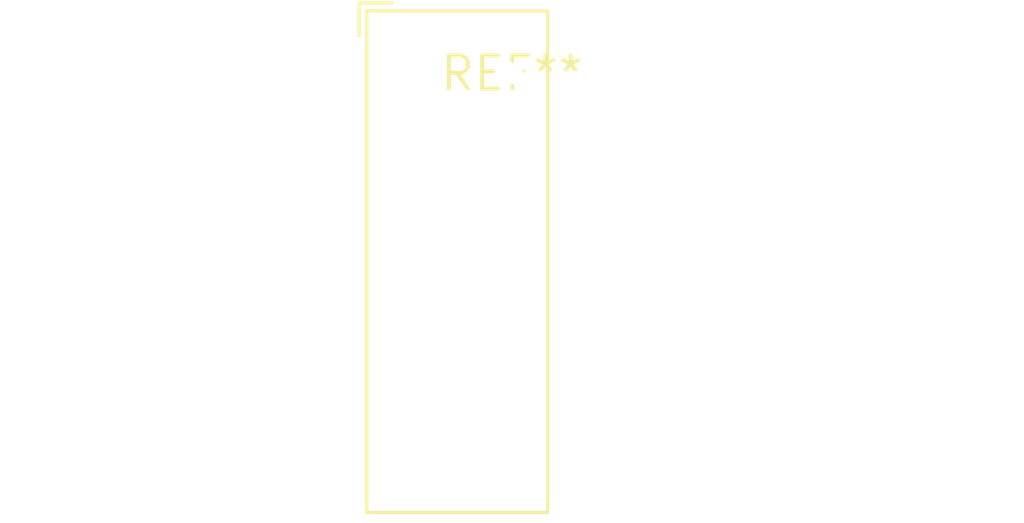
<source format=kicad_pcb>
(kicad_pcb (version 20240108) (generator pcbnew)
  (layers (0 "F.Cu" signal) (31 "B.Cu" signal) (34 "B.Paste" user) (35 "F.Paste" user) (36 "B.SilkS" user "B.Silkscreen") (37 "F.SilkS" user "F.Silkscreen") (38 "B.Mask" user) (39 "F.Mask" user) (44 "Edge.Cuts" user))
  (net 0 "")
  (footprint "Converter_DCDC_XP_POWER-IHxxxxS_THT" (layer "F.Cu") (at 0 0)
    (property "Reference" "REF**")
    (property "Value" "Converter_DCDC_XP_POWER-IHxxxxS_THT")
    (fp_line (start -5.86 -2.7) (end -5.86 -1.45) (layer "F.SilkS") (stroke (width 0.12)))
    (fp_line (start -5.56 -2.4) (end -5.56 16.82) (layer "F.SilkS") (stroke (width 0.12)))
    (fp_line (start -5.56 16.82) (end 1.36 16.82) (layer "F.SilkS") (stroke (width 0.12)))
    (fp_line (start -4.61 -2.7) (end -5.86 -2.7) (layer "F.SilkS") (stroke (width 0.12)))
    (fp_line (start 1.36 -2.4) (end -5.56 -2.4) (layer "F.SilkS") (stroke (width 0.12)))
    (fp_line (start 1.36 16.82) (end 1.36 -2.4) (layer "F.SilkS") (stroke (width 0.12)))
    (pad "1" thru_hole rect (at 0 0) (size 1.85 1.85) (drill 0.85) (layers *.Cu *.Mask) (remove_unused_layers))
    (pad "2" thru_hole circle (at 0 2.54) (size 1.85 1.85) (drill 0.85) (layers *.Cu *.Mask) (remove_unused_layers))
    (pad "4" thru_hole circle (at 0 7.62) (size 1.85 1.85) (drill 0.85) (layers *.Cu *.Mask) (remove_unused_layers))
    (pad "5" thru_hole circle (at 0 10.16) (size 1.85 1.85) (drill 0.85) (layers *.Cu *.Mask) (remove_unused_layers))
    (pad "6" thru_hole circle (at 0 12.7) (size 1.85 1.85) (drill 0.85) (layers *.Cu *.Mask) (remove_unused_layers))
  )
)
</source>
